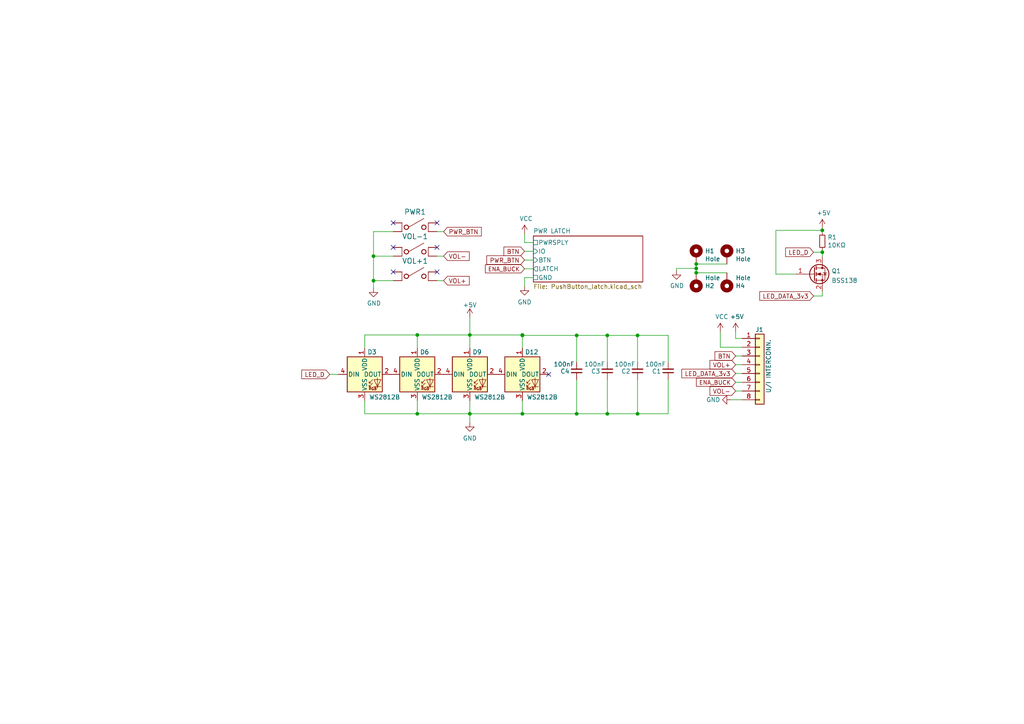
<source format=kicad_sch>
(kicad_sch (version 20211123) (generator eeschema)
  (paper "A4")
  (lib_symbols
    (symbol "Connector_Generic:Conn_01x08" (pin_names (offset 1.016) hide)
      (property "Reference" "J" (at 0 10.16 0))
      (property "Value" "Conn_01x08" (at 0 -12.7 0))
      (symbol "Conn_01x08_1_1"
        (rectangle (start -1.27 -10.033) (end 0 -10.287) (stroke (width 0.1524)))
        (rectangle (start -1.27 -7.493) (end 0 -7.747) (stroke (width 0.1524)))
        (rectangle (start -1.27 -4.953) (end 0 -5.207) (stroke (width 0.1524)))
        (rectangle (start -1.27 -2.413) (end 0 -2.667) (stroke (width 0.1524)))
        (rectangle (start -1.27 0.127) (end 0 -0.127) (stroke (width 0.1524)))
        (rectangle (start -1.27 2.667) (end 0 2.413) (stroke (width 0.1524)))
        (rectangle (start -1.27 5.207) (end 0 4.953) (stroke (width 0.1524)))
        (rectangle (start -1.27 7.747) (end 0 7.493) (stroke (width 0.1524)))
        (rectangle (start -1.27 8.89) (end 1.27 -11.43) (stroke (width 0.254)) (fill (type background)))
        (pin passive line (at -5.08 7.62 0) (length 3.81) (name "Pin_1") (number "1"))
        (pin passive line (at -5.08 5.08 0) (length 3.81) (name "Pin_2") (number "2"))
        (pin passive line (at -5.08 2.54 0) (length 3.81) (name "Pin_3") (number "3"))
        (pin passive line (at -5.08 0 0) (length 3.81) (name "Pin_4") (number "4"))
        (pin passive line (at -5.08 -2.54 0) (length 3.81) (name "Pin_5") (number "5"))
        (pin passive line (at -5.08 -5.08 0) (length 3.81) (name "Pin_6") (number "6"))
        (pin passive line (at -5.08 -7.62 0) (length 3.81) (name "Pin_7") (number "7"))
        (pin passive line (at -5.08 -10.16 0) (length 3.81) (name "Pin_8") (number "8"))
      )
    )
    (symbol "Device:C_Small" (pin_numbers hide) (pin_names (offset 0.254) hide)
      (property "Reference" "C" (at 0.254 1.778 0))
      (property "Value" "C_Small" (at 0.254 -2.032 0))
      (symbol "C_Small_0_1"
        (polyline (pts (xy -1.524 -0.508) (xy 1.524 -0.508)) (stroke (width 0.3302)))
        (polyline (pts (xy -1.524 0.508) (xy 1.524 0.508)) (stroke (width 0.3048)))
      )
      (symbol "C_Small_1_1"
        (pin passive line (at 0 2.54 270) (length 2.032) (name "~") (number "1"))
        (pin passive line (at 0 -2.54 90) (length 2.032) (name "~") (number "2"))
      )
    )
    (symbol "Device:R_Small" (pin_numbers hide) (pin_names (offset 0.254) hide)
      (property "Reference" "R" (at 0.762 0.508 0))
      (property "Value" "R_Small" (at 0.762 -1.016 0))
      (symbol "R_Small_0_1"
        (rectangle (start -0.762 1.778) (end 0.762 -1.778) (stroke (width 0.2032)))
      )
      (symbol "R_Small_1_1"
        (pin passive line (at 0 2.54 270) (length 0.762) (name "~") (number "1"))
        (pin passive line (at 0 -2.54 90) (length 0.762) (name "~") (number "2"))
      )
    )
    (symbol "LED:WS2812B" (pin_names (offset 0.254))
      (property "Reference" "D" (at 5.08 5.715 0))
      (property "Value" "WS2812B" (at 1.27 -5.715 0))
      (symbol "WS2812B_0_0"
        (text "RGB" (at 2.286 -4.191 0) (effects (font (size 0.762 0.762))))
      )
      (symbol "WS2812B_0_1"
        (polyline (pts (xy 1.27 -3.556) (xy 1.778 -3.556)))
        (polyline (pts (xy 1.27 -2.54) (xy 1.778 -2.54)))
        (polyline (pts (xy 4.699 -3.556) (xy 2.667 -3.556)))
        (polyline (pts (xy 2.286 -2.54) (xy 1.27 -3.556) (xy 1.27 -3.048)))
        (polyline (pts (xy 2.286 -1.524) (xy 1.27 -2.54) (xy 1.27 -2.032)))
        (polyline (pts (xy 3.683 -1.016) (xy 3.683 -3.556) (xy 3.683 -4.064)))
        (polyline (pts (xy 4.699 -1.524) (xy 2.667 -1.524) (xy 3.683 -3.556) (xy 4.699 -1.524)))
        (rectangle (start 5.08 5.08) (end -5.08 -5.08) (stroke (width 0.254)) (fill (type background)))
      )
      (symbol "WS2812B_1_1"
        (pin power_in line (at 0 7.62 270) (length 2.54) (name "VDD") (number "1"))
        (pin output line (at 7.62 0 180) (length 2.54) (name "DOUT") (number "2"))
        (pin power_in line (at 0 -7.62 90) (length 2.54) (name "VSS") (number "3"))
        (pin input line (at -7.62 0 0) (length 2.54) (name "DIN") (number "4"))
      )
    )
    (symbol "Mechanical:MountingHole_Pad" (pin_numbers hide) (pin_names (offset 1.016) hide)
      (property "Reference" "H" (at 0 6.35 0))
      (property "Value" "MountingHole_Pad" (at 0 4.445 0))
      (symbol "MountingHole_Pad_0_1"
        (circle (center 0 1.27) (radius 1.27) (stroke (width 1.27)))
      )
      (symbol "MountingHole_Pad_1_1"
        (pin input line (at 0 -2.54 90) (length 2.54) (name "1") (number "1"))
      )
    )
    (symbol "Transistor_FET:BSS138" (pin_names hide)
      (property "Reference" "Q" (at 5.08 1.905 0))
      (property "Value" "BSS138" (at 5.08 0 0))
      (symbol "BSS138_0_1"
        (polyline (pts (xy 0.254 0) (xy -2.54 0)))
        (polyline (pts (xy 0.254 1.905) (xy 0.254 -1.905)) (stroke (width 0.254)))
        (polyline (pts (xy 0.762 -1.27) (xy 0.762 -2.286)) (stroke (width 0.254)))
        (polyline (pts (xy 0.762 0.508) (xy 0.762 -0.508)) (stroke (width 0.254)))
        (polyline (pts (xy 0.762 2.286) (xy 0.762 1.27)) (stroke (width 0.254)))
        (polyline (pts (xy 2.54 2.54) (xy 2.54 1.778)))
        (polyline (pts (xy 2.54 -2.54) (xy 2.54 0) (xy 0.762 0)))
        (polyline (pts (xy 0.762 -1.778) (xy 3.302 -1.778) (xy 3.302 1.778) (xy 0.762 1.778)))
        (polyline (pts (xy 1.016 0) (xy 2.032 0.381) (xy 2.032 -0.381) (xy 1.016 0)) (fill (type outline)))
        (polyline (pts (xy 2.794 0.508) (xy 2.921 0.381) (xy 3.683 0.381) (xy 3.81 0.254)))
        (polyline (pts (xy 3.302 0.381) (xy 2.921 -0.254) (xy 3.683 -0.254) (xy 3.302 0.381)))
        (circle (center 1.651 0) (radius 2.794) (stroke (width 0.254)))
        (circle (center 2.54 -1.778) (radius 0.254) (fill (type outline)))
        (circle (center 2.54 1.778) (radius 0.254) (fill (type outline)))
      )
      (symbol "BSS138_1_1"
        (pin input line (at -5.08 0 0) (length 2.54) (name "G") (number "1"))
        (pin passive line (at 2.54 -5.08 90) (length 2.54) (name "S") (number "2"))
        (pin passive line (at 2.54 5.08 270) (length 2.54) (name "D") (number "3"))
      )
    )
    (symbol "muVoxSyms:SMD_SWITCH" (pin_names (offset 1.016))
      (property "Reference" "SW" (at -10.16 7.62 0))
      (symbol "SMD_SWITCH_1_0"
        (circle (center -8.89 3.81) (radius 0.635) (stroke (width 0.254)))
        (circle (center -3.81 3.81) (radius 0.635) (stroke (width 0.254)))
        (polyline (pts (xy -10.16 2.54) (xy -10.16 5.08)))
        (polyline (pts (xy -8.255 3.81) (xy -3.81 6.35)))
        (polyline (pts (xy -2.54 2.54) (xy -2.54 5.08)))
        (pin bidirectional line (at -12.7 5.08 0) (length 2.54) (name "1") (number "1"))
        (pin bidirectional line (at -12.7 2.54 0) (length 2.54) (name "2") (number "2"))
        (pin bidirectional line (at 0 2.54 180) (length 2.54) (name "3") (number "3"))
        (pin bidirectional line (at 0 5.08 180) (length 2.54) (name "4") (number "4"))
      )
    )
    (symbol "power:+5V" (power) (pin_names (offset 0))
      (property "Value" "+5V" (at 0 3.556 0))
      (symbol "+5V_0_1"
        (polyline (pts (xy -0.762 1.27) (xy 0 2.54)))
        (polyline (pts (xy 0 0) (xy 0 2.54)))
        (polyline (pts (xy 0 2.54) (xy 0.762 1.27)))
      )
      (symbol "+5V_1_1"
        (pin power_in line (at 0 0 90) (length 0) hide (name "+5V") (number "1"))
      )
    )
    (symbol "power:GND" (power) (pin_names (offset 0))
      (property "Value" "GND" (at 0 -3.81 0))
      (symbol "GND_0_1"
        (polyline (pts (xy 0 0) (xy 0 -1.27) (xy 1.27 -1.27) (xy 0 -2.54) (xy -1.27 -1.27) (xy 0 -1.27)))
      )
      (symbol "GND_1_1"
        (pin power_in line (at 0 0 270) (length 0) hide (name "GND") (number "1"))
      )
    )
    (symbol "power:VCC" (power) (pin_names (offset 0))
      (property "Value" "VCC" (at 0 3.81 0))
      (symbol "VCC_0_1"
        (polyline (pts (xy -0.762 1.27) (xy 0 2.54)))
        (polyline (pts (xy 0 0) (xy 0 2.54)))
        (polyline (pts (xy 0 2.54) (xy 0.762 1.27)))
      )
      (symbol "VCC_1_1"
        (pin power_in line (at 0 0 90) (length 0) hide (name "VCC") (number "1"))
      )
    )
  )
  (junction (at 136.271 120.015))
  (junction (at 176.149 97.282))
  (junction (at 151.511 97.155))
  (junction (at 201.93 79.121))
  (junction (at 108.331 81.407))
  (junction (at 167.259 120.015))
  (junction (at 167.259 97.282))
  (junction (at 201.93 77.851))
  (junction (at 184.912 97.282))
  (junction (at 136.271 97.155))
  (junction (at 238.506 73.152))
  (junction (at 151.511 120.015))
  (junction (at 201.93 76.581))
  (junction (at 184.912 120.015))
  (junction (at 121.031 97.155))
  (junction (at 108.331 74.295))
  (junction (at 121.031 120.015))
  (junction (at 151.511 97.282))
  (junction (at 238.506 66.802))
  (junction (at 176.149 120.015))
  (no_connect (at 114.046 78.867))
  (no_connect (at 159.131 108.585))
  (no_connect (at 126.746 64.643))
  (no_connect (at 126.746 71.755))
  (no_connect (at 126.746 78.867))
  (no_connect (at 114.046 71.755))
  (no_connect (at 114.046 64.643))
  (wire (pts (xy 152.146 70.358) (xy 154.686 70.358)))
  (wire (pts (xy 136.271 120.015) (xy 151.511 120.015)))
  (wire (pts (xy 238.506 73.152) (xy 238.506 72.517)))
  (wire (pts (xy 167.259 105.029) (xy 167.259 97.282)))
  (wire (pts (xy 152.146 72.898) (xy 154.686 72.898)))
  (wire (pts (xy 184.912 120.015) (xy 176.149 120.015)))
  (wire (pts (xy 121.031 120.015) (xy 121.031 116.205)))
  (wire (pts (xy 136.271 120.015) (xy 136.271 122.555)))
  (wire (pts (xy 105.791 116.205) (xy 105.791 120.015)))
  (wire (pts (xy 210.82 79.121) (xy 201.93 79.121)))
  (wire (pts (xy 193.802 120.015) (xy 193.802 110.109)))
  (wire (pts (xy 213.36 105.791) (xy 215.265 105.791)))
  (wire (pts (xy 121.031 97.155) (xy 105.791 97.155)))
  (wire (pts (xy 136.271 100.965) (xy 136.271 97.155)))
  (wire (pts (xy 213.36 113.411) (xy 215.265 113.411)))
  (wire (pts (xy 151.511 97.155) (xy 136.271 97.155)))
  (wire (pts (xy 213.36 110.871) (xy 215.265 110.871)))
  (wire (pts (xy 238.506 66.802) (xy 238.506 66.167)))
  (wire (pts (xy 136.271 120.015) (xy 136.271 116.205)))
  (wire (pts (xy 201.93 77.851) (xy 196.215 77.851)))
  (wire (pts (xy 176.149 97.282) (xy 167.259 97.282)))
  (wire (pts (xy 193.802 120.015) (xy 184.912 120.015)))
  (wire (pts (xy 152.146 75.438) (xy 154.686 75.438)))
  (wire (pts (xy 176.149 120.015) (xy 176.149 110.109)))
  (wire (pts (xy 126.746 81.407) (xy 128.651 81.407)))
  (wire (pts (xy 126.746 67.183) (xy 128.651 67.183)))
  (wire (pts (xy 136.271 97.155) (xy 121.031 97.155)))
  (wire (pts (xy 105.791 120.015) (xy 121.031 120.015)))
  (wire (pts (xy 196.215 77.851) (xy 196.215 78.486)))
  (wire (pts (xy 108.331 74.295) (xy 108.331 81.407)))
  (wire (pts (xy 95.631 108.585) (xy 98.171 108.585)))
  (wire (pts (xy 208.915 100.711) (xy 208.915 96.266)))
  (wire (pts (xy 152.146 77.978) (xy 154.686 77.978)))
  (wire (pts (xy 215.265 98.171) (xy 213.36 98.171)))
  (wire (pts (xy 126.746 74.295) (xy 128.651 74.295)))
  (wire (pts (xy 176.149 97.282) (xy 176.149 105.029)))
  (wire (pts (xy 213.36 98.171) (xy 213.36 96.266)))
  (wire (pts (xy 201.93 77.851) (xy 201.93 76.581)))
  (wire (pts (xy 176.149 120.015) (xy 167.259 120.015)))
  (wire (pts (xy 213.36 108.331) (xy 215.265 108.331)))
  (wire (pts (xy 193.802 105.029) (xy 193.802 97.282)))
  (wire (pts (xy 201.93 79.121) (xy 201.93 77.851)))
  (wire (pts (xy 238.506 74.422) (xy 238.506 73.152)))
  (wire (pts (xy 108.331 74.295) (xy 114.046 74.295)))
  (wire (pts (xy 238.506 67.437) (xy 238.506 66.802)))
  (wire (pts (xy 238.506 73.152) (xy 235.966 73.152)))
  (wire (pts (xy 193.802 97.282) (xy 184.912 97.282)))
  (wire (pts (xy 184.912 120.015) (xy 184.912 110.109)))
  (wire (pts (xy 152.146 80.518) (xy 152.146 83.058)))
  (wire (pts (xy 184.912 105.029) (xy 184.912 97.282)))
  (wire (pts (xy 108.331 81.407) (xy 114.046 81.407)))
  (wire (pts (xy 108.331 67.183) (xy 108.331 74.295)))
  (wire (pts (xy 121.031 120.015) (xy 136.271 120.015)))
  (wire (pts (xy 201.93 76.581) (xy 210.82 76.581)))
  (wire (pts (xy 151.511 116.205) (xy 151.511 120.015)))
  (wire (pts (xy 154.686 80.518) (xy 152.146 80.518)))
  (wire (pts (xy 238.506 85.852) (xy 235.966 85.852)))
  (wire (pts (xy 136.271 92.075) (xy 136.271 97.155)))
  (wire (pts (xy 151.511 120.015) (xy 167.259 120.015)))
  (wire (pts (xy 225.044 66.802) (xy 238.506 66.802)))
  (wire (pts (xy 225.044 79.502) (xy 230.886 79.502)))
  (wire (pts (xy 184.912 97.282) (xy 176.149 97.282)))
  (wire (pts (xy 152.146 67.818) (xy 152.146 70.358)))
  (wire (pts (xy 225.044 66.802) (xy 225.044 79.502)))
  (wire (pts (xy 151.511 100.965) (xy 151.511 97.282)))
  (wire (pts (xy 167.259 110.109) (xy 167.259 120.015)))
  (wire (pts (xy 151.511 97.282) (xy 151.511 97.155)))
  (wire (pts (xy 151.511 97.282) (xy 167.259 97.282)))
  (wire (pts (xy 108.331 67.183) (xy 114.046 67.183)))
  (wire (pts (xy 213.36 103.251) (xy 215.265 103.251)))
  (wire (pts (xy 212.09 115.951) (xy 215.265 115.951)))
  (wire (pts (xy 108.331 81.407) (xy 108.331 83.566)))
  (wire (pts (xy 208.915 100.711) (xy 215.265 100.711)))
  (wire (pts (xy 121.031 97.155) (xy 121.031 100.965)))
  (wire (pts (xy 238.506 84.582) (xy 238.506 85.852)))
  (wire (pts (xy 105.791 97.155) (xy 105.791 100.965)))
  (global_label "LED_D" (shape input) (at 95.631 108.585 180) (property "Intersheet References" "${INTERSHEET_REFS}" (effects hide)))
  (global_label "LED_DATA_3v3" (shape input) (at 213.36 108.331 180) (property "Intersheet References" "${INTERSHEET_REFS}" (effects hide)))
  (global_label "VOL-" (shape input) (at 213.36 113.411 180) (property "Intersheet References" "${INTERSHEET_REFS}" (effects hide)))
  (global_label "ENA_BUCK" (shape input) (at 213.36 110.871 180) (effects (font (size 1.1938 1.1938))) (property "Intersheet References" "${INTERSHEET_REFS}" (effects hide)))
  (global_label "LED_DATA_3v3" (shape input) (at 235.966 85.852 180) (property "Intersheet References" "${INTERSHEET_REFS}" (effects hide)))
  (global_label "VOL+" (shape input) (at 213.36 105.791 180) (property "Intersheet References" "${INTERSHEET_REFS}" (effects hide)))
  (global_label "ENA_BUCK" (shape input) (at 152.146 77.978 180) (effects (font (size 1.1938 1.1938))) (property "Intersheet References" "${INTERSHEET_REFS}" (effects hide)))
  (global_label "VOL+" (shape input) (at 128.651 81.407 0) (property "Intersheet References" "${INTERSHEET_REFS}" (effects hide)))
  (global_label "BTN" (shape input) (at 213.36 103.251 180) (property "Intersheet References" "${INTERSHEET_REFS}" (effects hide)))
  (global_label "BTN" (shape input) (at 152.146 72.898 180) (property "Intersheet References" "${INTERSHEET_REFS}" (effects hide)))
  (global_label "PWR_BTN" (shape input) (at 152.146 75.438 180) (property "Intersheet References" "${INTERSHEET_REFS}" (effects hide)))
  (global_label "LED_D" (shape input) (at 235.966 73.152 180) (property "Intersheet References" "${INTERSHEET_REFS}" (effects hide)))
  (global_label "PWR_BTN" (shape input) (at 128.651 67.183 0) (property "Intersheet References" "${INTERSHEET_REFS}" (effects hide)))
  (global_label "VOL-" (shape input) (at 128.651 74.295 0) (property "Intersheet References" "${INTERSHEET_REFS}" (effects hide)))
  (symbol (lib_id "Mechanical:MountingHole_Pad") (at 201.93 74.041 0) (unit 1)
    (property "Reference" "H1" (at 204.47 72.7964 0) (effects (justify left)))
    (property "Value" "Hole" (at 204.47 75.1078 0) (effects (justify left)))
    (property "Footprint" "Pdb_PCB:Threaded Standoff" (effects hide))
  )
  (symbol (lib_id "Mechanical:MountingHole_Pad") (at 210.82 74.041 0) (unit 1)
    (property "Reference" "H3" (at 213.36 72.7964 0) (effects (justify left)))
    (property "Value" "Hole" (at 213.36 75.1078 0) (effects (justify left)))
    (property "Footprint" "Pdb_PCB:Threaded Standoff" (effects hide))
  )
  (symbol (lib_id "Mechanical:MountingHole_Pad") (at 201.93 81.661 0) (mirror x) (unit 1)
    (property "Reference" "H2" (at 204.47 82.9056 0) (effects (justify left)))
    (property "Value" "Hole" (at 204.47 80.5942 0) (effects (justify left)))
    (property "Footprint" "Pdb_PCB:Threaded Standoff" (effects hide))
  )
  (symbol (lib_id "Mechanical:MountingHole_Pad") (at 210.82 81.661 0) (mirror x) (unit 1)
    (property "Reference" "H4" (at 213.36 82.9056 0) (effects (justify left)))
    (property "Value" "Hole" (at 213.36 80.5942 0) (effects (justify left)))
    (property "Footprint" "Pdb_PCB:Threaded Standoff" (effects hide))
  )
  (symbol (lib_id "power:GND") (at 196.215 78.486 0) (unit 1)
    (property "Reference" "#PWR0101" (effects hide))
    (property "Value" "GND" (at 196.342 82.8802 0))
  )
  (symbol (lib_id "Device:C_Small") (at 193.802 107.569 180) (unit 1)
    (property "Reference" "C1" (at 191.77 107.696 0) (effects (justify left)))
    (property "Value" "100nF" (at 193.167 105.664 0) (effects (justify left)))
    (property "Footprint" "Capacitor_SMD:C_0603_1608Metric" (effects hide))
  )
  (symbol (lib_id "Device:C_Small") (at 184.912 107.569 180) (unit 1)
    (property "Reference" "C2" (at 182.88 107.696 0) (effects (justify left)))
    (property "Value" "100nF" (at 184.277 105.664 0) (effects (justify left)))
    (property "Footprint" "Capacitor_SMD:C_0603_1608Metric" (effects hide))
  )
  (symbol (lib_id "Device:C_Small") (at 176.149 107.569 180) (unit 1)
    (property "Reference" "C3" (at 174.117 107.696 0) (effects (justify left)))
    (property "Value" "100nF" (at 175.514 105.664 0) (effects (justify left)))
    (property "Footprint" "Capacitor_SMD:C_0603_1608Metric" (effects hide))
  )
  (symbol (lib_id "Device:C_Small") (at 167.259 107.569 180) (unit 1)
    (property "Reference" "C4" (at 165.227 107.696 0) (effects (justify left)))
    (property "Value" "100nF" (at 166.624 105.664 0) (effects (justify left)))
    (property "Footprint" "Capacitor_SMD:C_0603_1608Metric" (effects hide))
  )
  (symbol (lib_id "LED:WS2812B") (at 151.511 108.585 0) (unit 1)
    (property "Reference" "D12" (at 152.273 102.108 0) (effects (justify left)))
    (property "Value" "WS2812B" (at 152.781 115.189 0) (effects (justify left)))
    (property "Footprint" "LED_SMD:LED_WS2812B_PLCC4_5.0x5.0mm_P3.2mm" (effects hide))
    (property "Datasheet" "https://cdn-shop.adafruit.com/datasheets/WS2812B.pdf" (effects hide))
  )
  (symbol (lib_id "muVoxSyms:SMD_SWITCH") (at 126.746 76.835 0) (unit 1)
    (property "Reference" "VOL-1" (at 120.396 68.58 0) (effects (font (size 1.4986 1.4986))))
    (property "Value" "SMD_SWITCH" (effects hide))
    (property "Footprint" "Lib:SMD_SWITCH_SPST_C318801" (effects hide))
    (property "LCSC" "C318801" (effects hide))
  )
  (symbol (lib_id "muVoxSyms:SMD_SWITCH") (at 126.746 83.947 0) (unit 1)
    (property "Reference" "VOL+1" (at 120.396 75.692 0) (effects (font (size 1.4986 1.4986))))
    (property "Value" "SMD_SWITCH" (effects hide))
    (property "Footprint" "Lib:SMD_SWITCH_SPST_C318801" (effects hide))
    (property "LCSC" "C318801" (effects hide))
  )
  (symbol (lib_id "power:GND") (at 108.331 83.566 0) (unit 1)
    (property "Reference" "#PWR0102" (effects hide))
    (property "Value" "GND" (at 108.458 87.9602 0))
  )
  (symbol (lib_id "power:GND") (at 136.271 122.555 0) (unit 1)
    (property "Reference" "#PWR0104" (effects hide))
    (property "Value" "GND" (at 136.271 127.1175 0))
  )
  (symbol (lib_id "Device:R_Small") (at 238.506 69.977 0) (unit 1)
    (property "Reference" "R1" (at 240.0046 68.8086 0) (effects (justify left)))
    (property "Value" "10KΩ" (at 240.0046 71.12 0) (effects (justify left)))
    (property "Footprint" "Resistor_SMD:R_0603_1608Metric" (effects hide))
    (property "LCSC" "C880254" (effects hide))
  )
  (symbol (lib_id "power:+5V") (at 136.271 92.075 0) (unit 1)
    (property "Reference" "#PWR0103" (effects hide))
    (property "Value" "+5V" (at 136.271 88.4705 0))
  )
  (symbol (lib_id "LED:WS2812B") (at 105.791 108.585 0) (unit 1)
    (property "Reference" "D3" (at 106.553 102.108 0) (effects (justify left)))
    (property "Value" "WS2812B" (at 107.061 115.189 0) (effects (justify left)))
    (property "Footprint" "LED_SMD:LED_WS2812B_PLCC4_5.0x5.0mm_P3.2mm" (effects hide))
    (property "Datasheet" "https://cdn-shop.adafruit.com/datasheets/WS2812B.pdf" (effects hide))
  )
  (symbol (lib_id "power:VCC") (at 152.146 67.818 0) (unit 1)
    (property "Reference" "#PWR0107" (effects hide))
    (property "Value" "VCC" (at 152.5778 63.4238 0))
  )
  (symbol (lib_id "Transistor_FET:BSS138") (at 235.966 79.502 0) (unit 1)
    (property "Reference" "Q1" (at 241.173 78.5935 0) (effects (justify left)))
    (property "Value" "BSS138" (at 241.173 81.3686 0) (effects (justify left)))
    (property "Footprint" "Package_TO_SOT_SMD:SOT-23" (effects hide))
    (property "Datasheet" "https://www.onsemi.com/pub/Collateral/BSS138-D.PDF" (effects hide))
    (property "LCSC" "C427380" (effects hide))
  )
  (symbol (lib_id "muVoxSyms:SMD_SWITCH") (at 126.746 69.723 0) (unit 1)
    (property "Reference" "PWR1" (at 120.396 61.468 0) (effects (font (size 1.4986 1.4986))))
    (property "Value" "SMD_SWITCH" (effects hide))
    (property "Footprint" "Lib:SMD_SWITCH_SPST_C318801" (effects hide))
    (property "LCSC" "C318801" (effects hide))
  )
  (symbol (lib_id "LED:WS2812B") (at 121.031 108.585 0) (unit 1)
    (property "Reference" "D6" (at 121.793 102.108 0) (effects (justify left)))
    (property "Value" "WS2812B" (at 122.301 115.189 0) (effects (justify left)))
    (property "Footprint" "LED_SMD:LED_WS2812B_PLCC4_5.0x5.0mm_P3.2mm" (effects hide))
    (property "Datasheet" "https://cdn-shop.adafruit.com/datasheets/WS2812B.pdf" (effects hide))
  )
  (symbol (lib_id "power:GND") (at 152.146 83.058 0) (unit 1)
    (property "Reference" "#PWR0106" (effects hide))
    (property "Value" "GND" (at 152.146 87.6205 0))
  )
  (symbol (lib_id "power:+5V") (at 213.36 96.266 0) (unit 1)
    (property "Reference" "#PWR0109" (effects hide))
    (property "Value" "+5V" (at 213.741 91.8718 0))
  )
  (symbol (lib_id "power:VCC") (at 208.915 96.266 0) (unit 1)
    (property "Reference" "#PWR0110" (effects hide))
    (property "Value" "VCC" (at 209.3468 91.8718 0))
  )
  (symbol (lib_id "LED:WS2812B") (at 136.271 108.585 0) (unit 1)
    (property "Reference" "D9" (at 137.033 102.108 0) (effects (justify left)))
    (property "Value" "WS2812B" (at 137.541 115.189 0) (effects (justify left)))
    (property "Footprint" "LED_SMD:LED_WS2812B_PLCC4_5.0x5.0mm_P3.2mm" (effects hide))
    (property "Datasheet" "https://cdn-shop.adafruit.com/datasheets/WS2812B.pdf" (effects hide))
  )
  (symbol (lib_id "Connector_Generic:Conn_01x08") (at 220.345 105.791 0) (unit 1)
    (property "Reference" "J1" (at 219.075 95.631 0) (effects (justify left)))
    (property "Value" "U/I INTERCONN." (at 222.885 114.046 90) (effects (justify left)))
    (property "Footprint" "Connector_JST:JST_SH_SM08B-SRSS-TB_1x08-1MP_P1.00mm_Horizontal" (effects hide))
    (property "Field4" "455-1808-2-ND" (effects hide))
  )
  (symbol (lib_id "power:+5V") (at 238.506 66.167 0) (unit 1)
    (property "Reference" "#PWR0105" (effects hide))
    (property "Value" "+5V" (at 238.887 61.7728 0))
  )
  (symbol (lib_id "power:GND") (at 212.09 115.951 270) (unit 1)
    (property "Reference" "#PWR0108" (effects hide))
    (property "Value" "GND" (at 208.915 115.951 90) (effects (justify right)))
  )
  (sheet (at 154.686 68.453) (size 31.75 13.335) (stroke (width 0.1524))
    (property "Sheet name" "PWR LATCH" (at 154.686 67.7414 0) (effects (justify left bottom)))
    (property "Sheet file" "PushButton_latch.kicad_sch" (at 154.686 82.3726 0) (effects (justify left top)))
    (pin "LATCH" output (at 154.686 77.978 180))
    (pin "GND" passive (at 154.686 80.518 180))
    (pin "IO" input (at 154.686 72.898 180))
    (pin "PWRSPLY" passive (at 154.686 70.358 180))
    (pin "BTN" input (at 154.686 75.438 180))
  )
)
</source>
